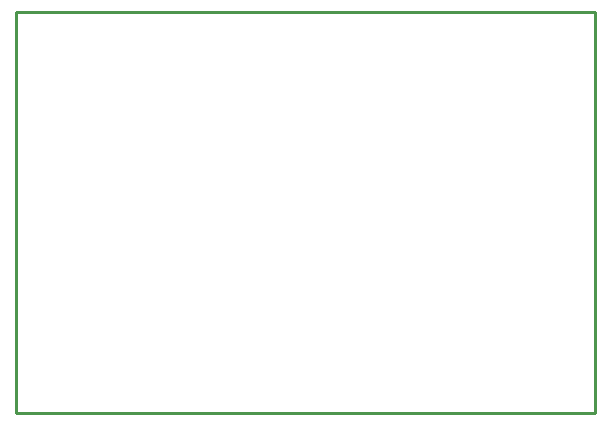
<source format=gm1>
G04 Layer_Color=16711935*
%FSLAX25Y25*%
%MOIN*%
G70*
G01*
G75*
%ADD18C,0.01000*%
D18*
Y133858D02*
X192913D01*
Y0D02*
Y133858D01*
X0Y0D02*
X192913D01*
X0D02*
Y133858D01*
M02*

</source>
